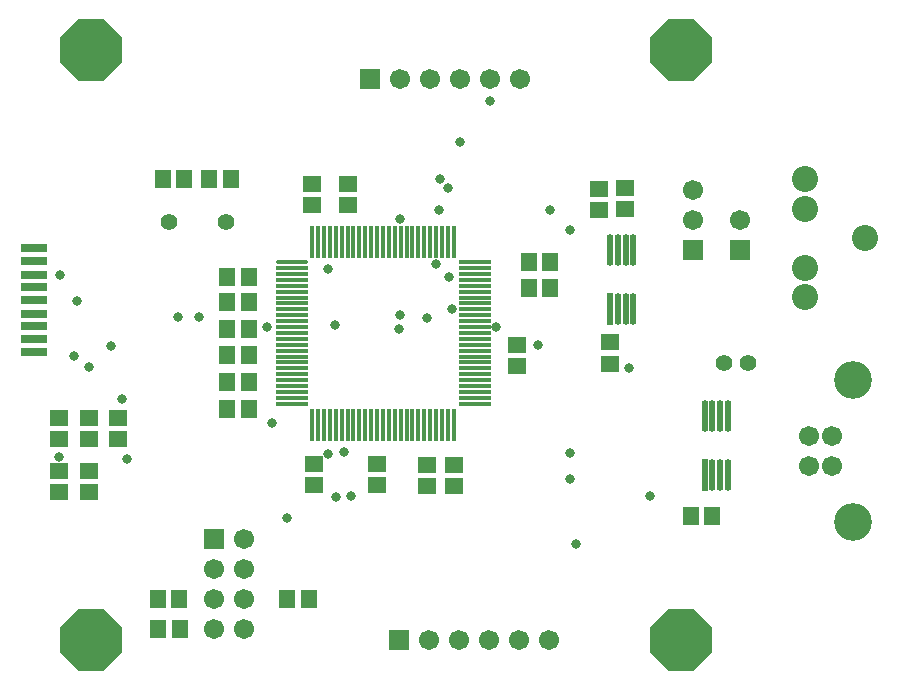
<source format=gts>
G04 Layer_Color=8388736*
%FSLAX23Y23*%
%MOIN*%
G70*
G01*
G75*
%ADD35R,0.055X0.063*%
%ADD36R,0.063X0.055*%
%ADD37O,0.022X0.106*%
%ADD38R,0.022X0.106*%
%ADD39R,0.016X0.106*%
%ADD40R,0.106X0.016*%
%ADD41O,0.106X0.016*%
%ADD42R,0.087X0.031*%
%ADD43C,0.087*%
%ADD44C,0.067*%
%ADD45C,0.126*%
%ADD46P,0.222X8X202.5*%
%ADD47R,0.067X0.067*%
%ADD48R,0.067X0.067*%
%ADD49C,0.055*%
%ADD50C,0.033*%
D35*
X1254Y1696D02*
D03*
X1183D02*
D03*
X1083Y296D02*
D03*
X1012D02*
D03*
X2249Y1417D02*
D03*
X2320D02*
D03*
X1314Y1018D02*
D03*
X1243D02*
D03*
X1314Y929D02*
D03*
X1243D02*
D03*
X1314Y1109D02*
D03*
X1243D02*
D03*
X1314Y1369D02*
D03*
X1243D02*
D03*
X1314Y1193D02*
D03*
X1243D02*
D03*
X1028Y1696D02*
D03*
X1098D02*
D03*
X2860Y571D02*
D03*
X2789D02*
D03*
X1243Y1286D02*
D03*
X1314D02*
D03*
X2320Y1331D02*
D03*
X2249D02*
D03*
X1514Y295D02*
D03*
X1443D02*
D03*
X1084Y196D02*
D03*
X1013D02*
D03*
D36*
X1742Y675D02*
D03*
Y746D02*
D03*
X1644Y1678D02*
D03*
Y1607D02*
D03*
X2209Y1142D02*
D03*
Y1071D02*
D03*
X2570Y1663D02*
D03*
Y1593D02*
D03*
X2481Y1662D02*
D03*
Y1592D02*
D03*
X2520Y1150D02*
D03*
Y1079D02*
D03*
X1526Y1607D02*
D03*
Y1678D02*
D03*
X782Y652D02*
D03*
Y722D02*
D03*
X877Y827D02*
D03*
Y898D02*
D03*
X781Y827D02*
D03*
Y898D02*
D03*
X681Y827D02*
D03*
Y898D02*
D03*
X1998Y742D02*
D03*
Y671D02*
D03*
X1532Y744D02*
D03*
Y673D02*
D03*
X681Y652D02*
D03*
Y722D02*
D03*
X1908Y671D02*
D03*
Y742D02*
D03*
D37*
X2596Y1457D02*
D03*
X2571D02*
D03*
X2545D02*
D03*
X2520D02*
D03*
X2596Y1260D02*
D03*
X2571D02*
D03*
X2545D02*
D03*
X2911Y906D02*
D03*
X2886D02*
D03*
X2860D02*
D03*
X2835D02*
D03*
X2911Y709D02*
D03*
X2886D02*
D03*
X2860D02*
D03*
D38*
X2520Y1260D02*
D03*
X2835Y709D02*
D03*
D39*
X1526Y1486D02*
D03*
X1545D02*
D03*
X1565D02*
D03*
X1585D02*
D03*
X1604D02*
D03*
X1624D02*
D03*
X1644D02*
D03*
X1663D02*
D03*
X1683D02*
D03*
X1703D02*
D03*
X1722D02*
D03*
X1742D02*
D03*
X1762D02*
D03*
X1781D02*
D03*
X1801D02*
D03*
X1821D02*
D03*
X1841D02*
D03*
X1860D02*
D03*
X1880D02*
D03*
X1900D02*
D03*
X1919D02*
D03*
X1939D02*
D03*
X1959D02*
D03*
X1978D02*
D03*
X1998D02*
D03*
Y876D02*
D03*
X1978D02*
D03*
X1959D02*
D03*
X1939D02*
D03*
X1919D02*
D03*
X1900D02*
D03*
X1880D02*
D03*
X1860D02*
D03*
X1841D02*
D03*
X1821D02*
D03*
X1801D02*
D03*
X1781D02*
D03*
X1762D02*
D03*
X1742D02*
D03*
X1722D02*
D03*
X1703D02*
D03*
X1683D02*
D03*
X1663D02*
D03*
X1644D02*
D03*
X1624D02*
D03*
X1604D02*
D03*
X1585D02*
D03*
X1565D02*
D03*
X1545D02*
D03*
X1526D02*
D03*
D40*
X2067Y1417D02*
D03*
Y1398D02*
D03*
Y1378D02*
D03*
Y1358D02*
D03*
Y1339D02*
D03*
Y1319D02*
D03*
Y1299D02*
D03*
Y1280D02*
D03*
Y1260D02*
D03*
Y1240D02*
D03*
Y1220D02*
D03*
Y1201D02*
D03*
Y1181D02*
D03*
Y1161D02*
D03*
Y1142D02*
D03*
Y1122D02*
D03*
Y1102D02*
D03*
Y1083D02*
D03*
Y1063D02*
D03*
Y1043D02*
D03*
Y1024D02*
D03*
Y1004D02*
D03*
Y984D02*
D03*
Y965D02*
D03*
Y945D02*
D03*
X1457D02*
D03*
Y965D02*
D03*
Y984D02*
D03*
Y1004D02*
D03*
Y1024D02*
D03*
Y1043D02*
D03*
Y1063D02*
D03*
Y1083D02*
D03*
Y1102D02*
D03*
Y1122D02*
D03*
Y1142D02*
D03*
Y1161D02*
D03*
Y1181D02*
D03*
Y1201D02*
D03*
Y1220D02*
D03*
Y1240D02*
D03*
Y1260D02*
D03*
Y1280D02*
D03*
Y1299D02*
D03*
Y1319D02*
D03*
Y1339D02*
D03*
Y1358D02*
D03*
Y1378D02*
D03*
Y1398D02*
D03*
D41*
Y1417D02*
D03*
D42*
X600Y1463D02*
D03*
Y1420D02*
D03*
Y1376D02*
D03*
Y1333D02*
D03*
Y1290D02*
D03*
Y1246D02*
D03*
Y1203D02*
D03*
Y1160D02*
D03*
Y1117D02*
D03*
D43*
X3367Y1497D02*
D03*
X3170Y1694D02*
D03*
Y1595D02*
D03*
Y1300D02*
D03*
Y1399D02*
D03*
D44*
X3259Y837D02*
D03*
Y738D02*
D03*
X3181D02*
D03*
Y837D02*
D03*
X2217Y2029D02*
D03*
X2117D02*
D03*
X2017D02*
D03*
X1917D02*
D03*
X1817D02*
D03*
X2314Y158D02*
D03*
X2214D02*
D03*
X2114D02*
D03*
X2014D02*
D03*
X1914D02*
D03*
X2795Y1657D02*
D03*
Y1557D02*
D03*
X2953D02*
D03*
X1300Y496D02*
D03*
X1200Y396D02*
D03*
X1300D02*
D03*
X1200Y296D02*
D03*
X1300D02*
D03*
X1200Y196D02*
D03*
X1300D02*
D03*
D45*
X3327Y1024D02*
D03*
Y551D02*
D03*
D46*
X787Y157D02*
D03*
X2756D02*
D03*
Y2126D02*
D03*
X787D02*
D03*
D47*
X1717Y2029D02*
D03*
X1814Y158D02*
D03*
D48*
X2795Y1457D02*
D03*
X2953D02*
D03*
X1200Y496D02*
D03*
D49*
X1047Y1550D02*
D03*
X1239D02*
D03*
X2898Y1081D02*
D03*
X2980D02*
D03*
D50*
X2652Y639D02*
D03*
X2384Y696D02*
D03*
Y780D02*
D03*
Y1526D02*
D03*
X2319Y1591D02*
D03*
X1980Y1663D02*
D03*
X1947Y1592D02*
D03*
X1939Y1410D02*
D03*
X1442Y564D02*
D03*
X1079Y1236D02*
D03*
X1376Y1200D02*
D03*
X1150Y1234D02*
D03*
X2138Y1202D02*
D03*
X2117Y1956D02*
D03*
X1601Y1207D02*
D03*
X1818Y1242D02*
D03*
X685Y1374D02*
D03*
X1656Y639D02*
D03*
X1604Y636D02*
D03*
X2405Y479D02*
D03*
X854Y1138D02*
D03*
X781Y1067D02*
D03*
X1908Y1232D02*
D03*
X732Y1103D02*
D03*
X1993Y1261D02*
D03*
X681Y768D02*
D03*
X893Y960D02*
D03*
X910Y761D02*
D03*
X1633Y784D02*
D03*
X1577Y1393D02*
D03*
X742Y1288D02*
D03*
X2280Y1142D02*
D03*
X1391Y880D02*
D03*
X2017Y1817D02*
D03*
X1981Y1368D02*
D03*
X1952Y1694D02*
D03*
X1819Y1561D02*
D03*
X2582Y1066D02*
D03*
X1580Y777D02*
D03*
X1814Y1193D02*
D03*
M02*

</source>
